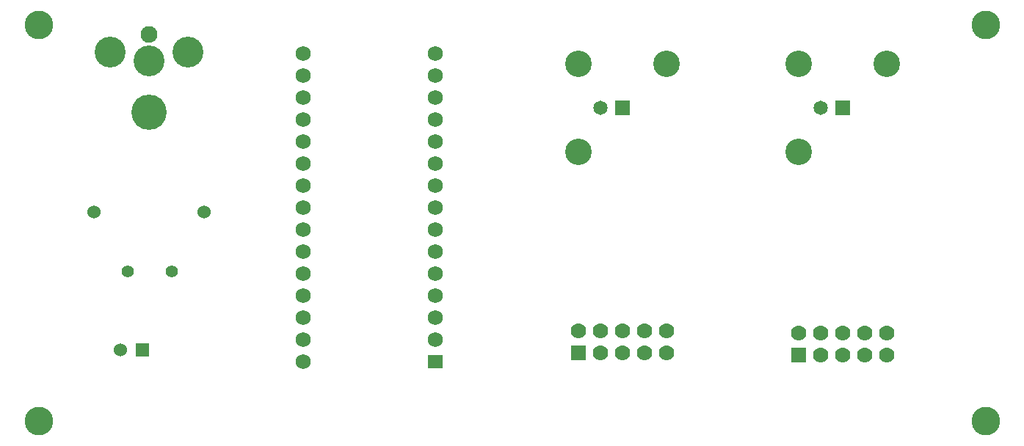
<source format=gbs>
G04 (created by PCBNEW (2013-mar-13)-testing) date Fri 01 Nov 2013 04:53:57 PM PDT*
%MOIN*%
G04 Gerber Fmt 3.4, Leading zero omitted, Abs format*
%FSLAX34Y34*%
G01*
G70*
G90*
G04 APERTURE LIST*
%ADD10C,0.005906*%
%ADD11C,0.055000*%
%ADD12C,0.120000*%
%ADD13R,0.065000X0.065000*%
%ADD14C,0.065000*%
%ADD15R,0.060000X0.060000*%
%ADD16C,0.060000*%
%ADD17C,0.076000*%
%ADD18C,0.140000*%
%ADD19C,0.160000*%
%ADD20R,0.070000X0.070000*%
%ADD21C,0.070000*%
%ADD22R,0.069000X0.060000*%
%ADD23C,0.069000*%
%ADD24C,0.130000*%
G04 APERTURE END LIST*
G54D10*
G54D11*
X17050Y-22200D03*
X15050Y-22200D03*
G54D12*
X35500Y-12750D03*
X39500Y-12750D03*
G54D13*
X37500Y-14750D03*
G54D14*
X36500Y-14750D03*
G54D12*
X35500Y-16750D03*
X45500Y-12750D03*
X49500Y-12750D03*
G54D13*
X47500Y-14750D03*
G54D14*
X46500Y-14750D03*
G54D12*
X45500Y-16750D03*
G54D15*
X15700Y-25750D03*
G54D16*
X14700Y-25750D03*
G54D17*
X16000Y-11440D03*
G54D18*
X16000Y-12620D03*
G54D19*
X16000Y-14980D03*
G54D18*
X14230Y-12230D03*
X17770Y-12230D03*
G54D20*
X45500Y-26000D03*
G54D21*
X45500Y-25000D03*
X46500Y-26000D03*
X46500Y-25000D03*
X47500Y-26000D03*
X47500Y-25000D03*
X48500Y-26000D03*
X48500Y-25000D03*
X49500Y-26000D03*
X49500Y-25000D03*
G54D20*
X35500Y-25900D03*
G54D21*
X35500Y-24900D03*
X36500Y-25900D03*
X36500Y-24900D03*
X37500Y-25900D03*
X37500Y-24900D03*
X38500Y-25900D03*
X38500Y-24900D03*
X39500Y-25900D03*
X39500Y-24900D03*
G54D16*
X13500Y-19500D03*
X18500Y-19500D03*
G54D22*
X29000Y-26300D03*
G54D23*
X29000Y-25300D03*
X29000Y-24300D03*
X29000Y-23300D03*
X29000Y-22300D03*
X29000Y-21300D03*
X29000Y-20300D03*
X29000Y-19300D03*
X29000Y-18300D03*
X29000Y-17300D03*
X29000Y-16300D03*
X29000Y-15300D03*
X29000Y-14300D03*
X29000Y-13300D03*
X29000Y-12300D03*
X23000Y-12300D03*
X23000Y-13300D03*
X23000Y-14300D03*
X23000Y-15300D03*
X23000Y-16300D03*
X23000Y-17300D03*
X23000Y-18300D03*
X23000Y-19300D03*
X23000Y-20300D03*
X23000Y-21300D03*
X23000Y-22300D03*
X23000Y-23300D03*
X23000Y-24300D03*
X23000Y-25300D03*
X23000Y-26300D03*
G54D24*
X11000Y-11000D03*
X54000Y-11000D03*
X11000Y-29000D03*
X54000Y-29000D03*
M02*

</source>
